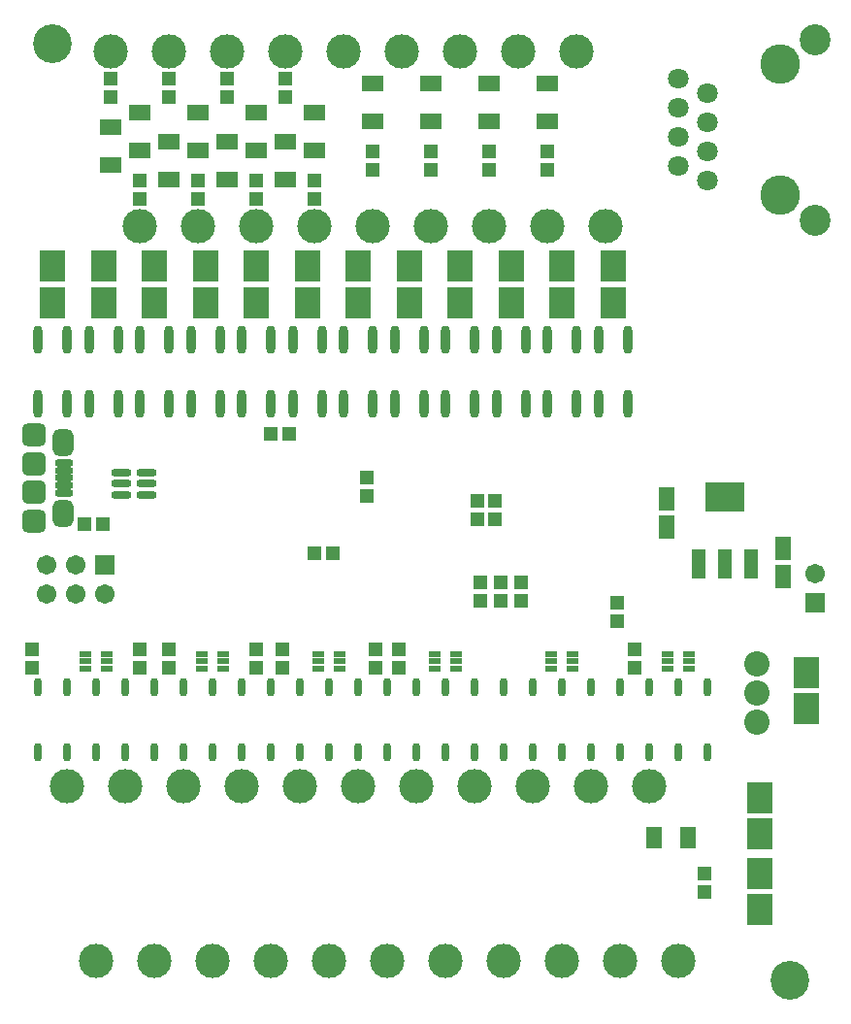
<source format=gbs>
%FSLAX25Y25*%
%MOIN*%
G70*
G01*
G75*
G04 Layer_Color=16711935*
%ADD10O,0.02362X0.08661*%
%ADD11O,0.06890X0.02165*%
%ADD12O,0.02165X0.06890*%
G04:AMPARAMS|DCode=13|XSize=83mil|YSize=55mil|CornerRadius=13.75mil|HoleSize=0mil|Usage=FLASHONLY|Rotation=0.000|XOffset=0mil|YOffset=0mil|HoleType=Round|Shape=RoundedRectangle|*
%AMROUNDEDRECTD13*
21,1,0.08300,0.02750,0,0,0.0*
21,1,0.05550,0.05500,0,0,0.0*
1,1,0.02750,0.02775,-0.01375*
1,1,0.02750,-0.02775,-0.01375*
1,1,0.02750,-0.02775,0.01375*
1,1,0.02750,0.02775,0.01375*
%
%ADD13ROUNDEDRECTD13*%
%ADD14R,0.03937X0.03937*%
%ADD15R,0.03937X0.03937*%
%ADD16C,0.01500*%
%ADD17C,0.02000*%
%ADD18C,0.03000*%
%ADD19C,0.04000*%
%ADD20C,0.07874*%
%ADD21R,0.05906X0.05906*%
%ADD22C,0.05906*%
%ADD23R,0.05906X0.05906*%
%ADD24C,0.11000*%
%ADD25C,0.12500*%
%ADD26C,0.09843*%
%ADD27C,0.12795*%
%ADD28C,0.06299*%
%ADD29C,0.05000*%
%ADD30O,0.06299X0.01969*%
%ADD31R,0.03937X0.09449*%
%ADD32R,0.12992X0.09449*%
%ADD33O,0.02165X0.05512*%
%ADD34R,0.03347X0.01575*%
%ADD35O,0.02362X0.08858*%
G04:AMPARAMS|DCode=36|XSize=82.68mil|YSize=62.99mil|CornerRadius=15.75mil|HoleSize=0mil|Usage=FLASHONLY|Rotation=90.000|XOffset=0mil|YOffset=0mil|HoleType=Round|Shape=RoundedRectangle|*
%AMROUNDEDRECTD36*
21,1,0.08268,0.03150,0,0,90.0*
21,1,0.05118,0.06299,0,0,90.0*
1,1,0.03150,0.01575,0.02559*
1,1,0.03150,0.01575,-0.02559*
1,1,0.03150,-0.01575,-0.02559*
1,1,0.03150,-0.01575,0.02559*
%
%ADD36ROUNDEDRECTD36*%
G04:AMPARAMS|DCode=37|XSize=70.87mil|YSize=74.8mil|CornerRadius=17.72mil|HoleSize=0mil|Usage=FLASHONLY|Rotation=90.000|XOffset=0mil|YOffset=0mil|HoleType=Round|Shape=RoundedRectangle|*
%AMROUNDEDRECTD37*
21,1,0.07087,0.03937,0,0,90.0*
21,1,0.03543,0.07480,0,0,90.0*
1,1,0.03543,0.01969,0.01772*
1,1,0.03543,0.01969,-0.01772*
1,1,0.03543,-0.01969,-0.01772*
1,1,0.03543,-0.01969,0.01772*
%
%ADD37ROUNDEDRECTD37*%
G04:AMPARAMS|DCode=38|XSize=15.75mil|YSize=53.15mil|CornerRadius=3.94mil|HoleSize=0mil|Usage=FLASHONLY|Rotation=90.000|XOffset=0mil|YOffset=0mil|HoleType=Round|Shape=RoundedRectangle|*
%AMROUNDEDRECTD38*
21,1,0.01575,0.04528,0,0,90.0*
21,1,0.00787,0.05315,0,0,90.0*
1,1,0.00787,0.02264,0.00394*
1,1,0.00787,0.02264,-0.00394*
1,1,0.00787,-0.02264,-0.00394*
1,1,0.00787,-0.02264,0.00394*
%
%ADD38ROUNDEDRECTD38*%
G04:AMPARAMS|DCode=39|XSize=74.8mil|YSize=74.8mil|CornerRadius=18.7mil|HoleSize=0mil|Usage=FLASHONLY|Rotation=90.000|XOffset=0mil|YOffset=0mil|HoleType=Round|Shape=RoundedRectangle|*
%AMROUNDEDRECTD39*
21,1,0.07480,0.03740,0,0,90.0*
21,1,0.03740,0.07480,0,0,90.0*
1,1,0.03740,0.01870,0.01870*
1,1,0.03740,0.01870,-0.01870*
1,1,0.03740,-0.01870,-0.01870*
1,1,0.03740,-0.01870,0.01870*
%
%ADD39ROUNDEDRECTD39*%
%ADD40R,0.04724X0.06693*%
%ADD41R,0.08071X0.09843*%
%ADD42R,0.06496X0.04724*%
%ADD43R,0.03937X0.03740*%
%ADD44R,0.03740X0.03937*%
%ADD45R,0.04724X0.07677*%
%ADD46C,0.01000*%
%ADD47C,0.05000*%
%ADD48C,0.03500*%
%ADD49C,0.02362*%
%ADD50C,0.00984*%
%ADD51C,0.00100*%
%ADD52C,0.00787*%
%ADD53O,0.03162X0.09461*%
%ADD54O,0.07690X0.02965*%
%ADD55O,0.02965X0.07690*%
G04:AMPARAMS|DCode=56|XSize=91mil|YSize=63mil|CornerRadius=17.75mil|HoleSize=0mil|Usage=FLASHONLY|Rotation=0.000|XOffset=0mil|YOffset=0mil|HoleType=Round|Shape=RoundedRectangle|*
%AMROUNDEDRECTD56*
21,1,0.09100,0.02750,0,0,0.0*
21,1,0.05550,0.06300,0,0,0.0*
1,1,0.03550,0.02775,-0.01375*
1,1,0.03550,-0.02775,-0.01375*
1,1,0.03550,-0.02775,0.01375*
1,1,0.03550,0.02775,0.01375*
%
%ADD56ROUNDEDRECTD56*%
%ADD57R,0.04737X0.04737*%
%ADD58R,0.04737X0.04737*%
%ADD59C,0.08674*%
%ADD60R,0.06706X0.06706*%
%ADD61C,0.06706*%
%ADD62R,0.06706X0.06706*%
%ADD63C,0.11800*%
%ADD64C,0.13300*%
%ADD65C,0.10642*%
%ADD66C,0.13595*%
%ADD67C,0.07099*%
%ADD68O,0.07099X0.02769*%
%ADD69R,0.04737X0.10249*%
%ADD70R,0.13792X0.10249*%
%ADD71O,0.02965X0.06312*%
%ADD72R,0.04147X0.02375*%
%ADD73O,0.03162X0.09658*%
G04:AMPARAMS|DCode=74|XSize=90.68mil|YSize=70.99mil|CornerRadius=19.75mil|HoleSize=0mil|Usage=FLASHONLY|Rotation=90.000|XOffset=0mil|YOffset=0mil|HoleType=Round|Shape=RoundedRectangle|*
%AMROUNDEDRECTD74*
21,1,0.09068,0.03150,0,0,90.0*
21,1,0.05118,0.07099,0,0,90.0*
1,1,0.03950,0.01575,0.02559*
1,1,0.03950,0.01575,-0.02559*
1,1,0.03950,-0.01575,-0.02559*
1,1,0.03950,-0.01575,0.02559*
%
%ADD74ROUNDEDRECTD74*%
G04:AMPARAMS|DCode=75|XSize=78.87mil|YSize=82.8mil|CornerRadius=21.72mil|HoleSize=0mil|Usage=FLASHONLY|Rotation=90.000|XOffset=0mil|YOffset=0mil|HoleType=Round|Shape=RoundedRectangle|*
%AMROUNDEDRECTD75*
21,1,0.07887,0.03937,0,0,90.0*
21,1,0.03543,0.08280,0,0,90.0*
1,1,0.04343,0.01969,0.01772*
1,1,0.04343,0.01969,-0.01772*
1,1,0.04343,-0.01969,-0.01772*
1,1,0.04343,-0.01969,0.01772*
%
%ADD75ROUNDEDRECTD75*%
G04:AMPARAMS|DCode=76|XSize=23.75mil|YSize=61.15mil|CornerRadius=7.94mil|HoleSize=0mil|Usage=FLASHONLY|Rotation=90.000|XOffset=0mil|YOffset=0mil|HoleType=Round|Shape=RoundedRectangle|*
%AMROUNDEDRECTD76*
21,1,0.02375,0.04528,0,0,90.0*
21,1,0.00787,0.06115,0,0,90.0*
1,1,0.01587,0.02264,0.00394*
1,1,0.01587,0.02264,-0.00394*
1,1,0.01587,-0.02264,-0.00394*
1,1,0.01587,-0.02264,0.00394*
%
%ADD76ROUNDEDRECTD76*%
G04:AMPARAMS|DCode=77|XSize=82.8mil|YSize=82.8mil|CornerRadius=22.7mil|HoleSize=0mil|Usage=FLASHONLY|Rotation=90.000|XOffset=0mil|YOffset=0mil|HoleType=Round|Shape=RoundedRectangle|*
%AMROUNDEDRECTD77*
21,1,0.08280,0.03740,0,0,90.0*
21,1,0.03740,0.08280,0,0,90.0*
1,1,0.04540,0.01870,0.01870*
1,1,0.04540,0.01870,-0.01870*
1,1,0.04540,-0.01870,-0.01870*
1,1,0.04540,-0.01870,0.01870*
%
%ADD77ROUNDEDRECTD77*%
%ADD78R,0.05524X0.07493*%
%ADD79R,0.08871X0.10642*%
%ADD80R,0.07296X0.05524*%
%ADD81R,0.04737X0.04540*%
%ADD82R,0.04540X0.04737*%
%ADD83R,0.05524X0.08477*%
D58*
X337000Y303248D02*
D03*
Y296752D02*
D03*
X355000Y416752D02*
D03*
Y423248D02*
D03*
X275000Y406752D02*
D03*
Y413248D02*
D03*
X235000Y406752D02*
D03*
Y413248D02*
D03*
X335000Y416752D02*
D03*
Y423248D02*
D03*
X265000Y448248D02*
D03*
Y441752D02*
D03*
X225000Y448248D02*
D03*
Y441752D02*
D03*
X379000Y261752D02*
D03*
Y268248D02*
D03*
X296000Y245752D02*
D03*
Y252248D02*
D03*
X385000Y245752D02*
D03*
Y252248D02*
D03*
X264000Y245752D02*
D03*
Y252248D02*
D03*
X315000Y416752D02*
D03*
Y423248D02*
D03*
X255000Y406752D02*
D03*
Y413248D02*
D03*
X215000Y406752D02*
D03*
Y413248D02*
D03*
X346000Y268752D02*
D03*
Y275248D02*
D03*
X255000Y245752D02*
D03*
Y252248D02*
D03*
X339000Y268752D02*
D03*
Y275248D02*
D03*
X225000Y245752D02*
D03*
Y252248D02*
D03*
X332000Y268752D02*
D03*
Y275248D02*
D03*
X215000Y245752D02*
D03*
Y252248D02*
D03*
X295000Y416752D02*
D03*
Y423248D02*
D03*
X245000Y448248D02*
D03*
Y441752D02*
D03*
X205000Y448248D02*
D03*
Y441752D02*
D03*
X304000Y245752D02*
D03*
Y252248D02*
D03*
X178000Y245752D02*
D03*
Y252248D02*
D03*
X409000Y168752D02*
D03*
Y175248D02*
D03*
D59*
X427000Y227000D02*
D03*
Y237000D02*
D03*
Y247000D02*
D03*
D60*
X203000Y281000D02*
D03*
D61*
Y271000D02*
D03*
X193000Y281000D02*
D03*
Y271000D02*
D03*
X183000Y281000D02*
D03*
Y271000D02*
D03*
X447000Y278000D02*
D03*
D62*
Y268000D02*
D03*
D63*
X350000Y205000D02*
D03*
X370000D02*
D03*
X360000Y145000D02*
D03*
X390000Y205000D02*
D03*
X380000Y145000D02*
D03*
X400000D02*
D03*
X340000D02*
D03*
X320000D02*
D03*
X330000Y205000D02*
D03*
X310000D02*
D03*
X375000Y397500D02*
D03*
X355000D02*
D03*
X365000Y457500D02*
D03*
X335000Y397500D02*
D03*
X345000Y457500D02*
D03*
X325000D02*
D03*
X300000Y145000D02*
D03*
X280000D02*
D03*
X290000Y205000D02*
D03*
X270000D02*
D03*
X285000Y457500D02*
D03*
X305000D02*
D03*
X295000Y397500D02*
D03*
X315000D02*
D03*
X260000Y145000D02*
D03*
X240000D02*
D03*
X250000Y205000D02*
D03*
X230000D02*
D03*
X245000Y457500D02*
D03*
X265000D02*
D03*
X255000Y397500D02*
D03*
X275000D02*
D03*
X220000Y145000D02*
D03*
X200000D02*
D03*
X210000Y205000D02*
D03*
X190000D02*
D03*
X205000Y457500D02*
D03*
X225000D02*
D03*
X215000Y397500D02*
D03*
X235000D02*
D03*
D64*
X438400Y138500D02*
D03*
X185000Y460000D02*
D03*
D65*
X447000Y399500D02*
D03*
Y461500D02*
D03*
D66*
X435000Y453000D02*
D03*
Y408000D02*
D03*
D67*
X400000Y448000D02*
D03*
X410000Y443000D02*
D03*
X400000Y438000D02*
D03*
X410000Y433000D02*
D03*
X400000Y428000D02*
D03*
X410000Y423000D02*
D03*
X400000Y418000D02*
D03*
X410000Y413000D02*
D03*
D68*
X217331Y312740D02*
D03*
Y309000D02*
D03*
Y305260D02*
D03*
X208669Y312740D02*
D03*
Y309000D02*
D03*
Y305260D02*
D03*
D69*
X425055Y281583D02*
D03*
X416000D02*
D03*
X406945D02*
D03*
D70*
X416000Y304417D02*
D03*
D71*
X410000Y216878D02*
D03*
X400000D02*
D03*
X410000Y239122D02*
D03*
X400000D02*
D03*
X290000Y216878D02*
D03*
X280000D02*
D03*
X290000Y239122D02*
D03*
X280000D02*
D03*
X390000Y216878D02*
D03*
X380000D02*
D03*
X390000Y239122D02*
D03*
X380000D02*
D03*
X270000Y216878D02*
D03*
X260000D02*
D03*
X270000Y239122D02*
D03*
X260000D02*
D03*
X370000Y216878D02*
D03*
X360000D02*
D03*
X370000Y239122D02*
D03*
X360000D02*
D03*
X250000Y216878D02*
D03*
X240000D02*
D03*
X250000Y239122D02*
D03*
X240000D02*
D03*
X350000Y216878D02*
D03*
X340000D02*
D03*
X350000Y239122D02*
D03*
X340000D02*
D03*
X230000Y216878D02*
D03*
X220000D02*
D03*
X230000Y239122D02*
D03*
X220000D02*
D03*
X330000Y216878D02*
D03*
X320000D02*
D03*
X330000Y239122D02*
D03*
X320000D02*
D03*
X210000Y216878D02*
D03*
X200000D02*
D03*
X210000Y239122D02*
D03*
X200000D02*
D03*
X310000Y216878D02*
D03*
X300000D02*
D03*
X310000Y239122D02*
D03*
X300000D02*
D03*
X190000Y216878D02*
D03*
X180000D02*
D03*
X190000Y239122D02*
D03*
X180000D02*
D03*
D72*
X396260Y250559D02*
D03*
Y248000D02*
D03*
Y245441D02*
D03*
X403740D02*
D03*
Y248000D02*
D03*
Y250559D02*
D03*
X276260D02*
D03*
Y248000D02*
D03*
Y245441D02*
D03*
X283740D02*
D03*
Y248000D02*
D03*
Y250559D02*
D03*
X356260D02*
D03*
Y248000D02*
D03*
Y245441D02*
D03*
X363740D02*
D03*
Y248000D02*
D03*
Y250559D02*
D03*
X236260D02*
D03*
Y248000D02*
D03*
Y245441D02*
D03*
X243740D02*
D03*
Y248000D02*
D03*
Y250559D02*
D03*
X316260D02*
D03*
Y248000D02*
D03*
Y245441D02*
D03*
X323740D02*
D03*
Y248000D02*
D03*
Y250559D02*
D03*
X196260D02*
D03*
Y248000D02*
D03*
Y245441D02*
D03*
X203740D02*
D03*
Y248000D02*
D03*
Y250559D02*
D03*
D73*
X372500Y358524D02*
D03*
X382500D02*
D03*
X372500Y336476D02*
D03*
X382500D02*
D03*
X302500Y358524D02*
D03*
X312500D02*
D03*
X302500Y336476D02*
D03*
X312500D02*
D03*
X232500Y358524D02*
D03*
X242500D02*
D03*
X232500Y336476D02*
D03*
X242500D02*
D03*
X355000Y358524D02*
D03*
X365000D02*
D03*
X355000Y336476D02*
D03*
X365000D02*
D03*
X285000Y358524D02*
D03*
X295000D02*
D03*
X285000Y336476D02*
D03*
X295000D02*
D03*
X215000Y358524D02*
D03*
X225000D02*
D03*
X215000Y336476D02*
D03*
X225000D02*
D03*
X337500Y358524D02*
D03*
X347500D02*
D03*
X337500Y336476D02*
D03*
X347500D02*
D03*
X267500Y358524D02*
D03*
X277500D02*
D03*
X267500Y336476D02*
D03*
X277500D02*
D03*
X197500Y358524D02*
D03*
X207500D02*
D03*
X197500Y336476D02*
D03*
X207500D02*
D03*
X320000Y358524D02*
D03*
X330000D02*
D03*
X320000Y336476D02*
D03*
X330000D02*
D03*
X250000Y358524D02*
D03*
X260000D02*
D03*
X250000Y336476D02*
D03*
X260000D02*
D03*
X180000Y358524D02*
D03*
X190000D02*
D03*
X180000Y336476D02*
D03*
X190000D02*
D03*
D74*
X188508Y323205D02*
D03*
Y298795D02*
D03*
D75*
X178488Y296039D02*
D03*
X178469Y325961D02*
D03*
D76*
X189000Y305882D02*
D03*
Y308441D02*
D03*
Y311000D02*
D03*
Y313559D02*
D03*
Y316118D02*
D03*
D77*
X178469Y306276D02*
D03*
Y315724D02*
D03*
D78*
X403209Y187500D02*
D03*
X391791D02*
D03*
D79*
X428000Y162701D02*
D03*
Y175299D02*
D03*
Y188701D02*
D03*
Y201299D02*
D03*
X444000Y244299D02*
D03*
Y231701D02*
D03*
X377500Y371201D02*
D03*
Y383799D02*
D03*
X307500Y371201D02*
D03*
Y383799D02*
D03*
X237500Y371201D02*
D03*
Y383799D02*
D03*
X360000Y371201D02*
D03*
Y383799D02*
D03*
X290000Y371201D02*
D03*
Y383799D02*
D03*
X220000Y371201D02*
D03*
Y383799D02*
D03*
X342500Y371201D02*
D03*
Y383799D02*
D03*
X272500Y371201D02*
D03*
Y383799D02*
D03*
X202500Y371201D02*
D03*
Y383799D02*
D03*
X325000Y371201D02*
D03*
Y383799D02*
D03*
X255000Y371201D02*
D03*
Y383799D02*
D03*
X185000Y371201D02*
D03*
Y383799D02*
D03*
D80*
X355000Y446398D02*
D03*
Y433602D02*
D03*
X275000Y436398D02*
D03*
Y423602D02*
D03*
X235000Y436398D02*
D03*
Y423602D02*
D03*
X335000Y446398D02*
D03*
Y433602D02*
D03*
X265000Y413602D02*
D03*
Y426398D02*
D03*
X225000Y413602D02*
D03*
Y426398D02*
D03*
X315000Y446398D02*
D03*
Y433602D02*
D03*
X255000Y436398D02*
D03*
Y423602D02*
D03*
X215000Y436398D02*
D03*
Y423602D02*
D03*
X295000Y446398D02*
D03*
Y433602D02*
D03*
X245000Y413602D02*
D03*
Y426398D02*
D03*
X205000Y418602D02*
D03*
Y431398D02*
D03*
D81*
X266150Y326000D02*
D03*
X259850D02*
D03*
X274850Y285000D02*
D03*
X281150D02*
D03*
X195850Y295000D02*
D03*
X202150D02*
D03*
D82*
X293000Y304850D02*
D03*
Y311150D02*
D03*
X331000Y296850D02*
D03*
Y303150D02*
D03*
D83*
X396000Y294177D02*
D03*
Y303823D02*
D03*
X436000Y286823D02*
D03*
Y277177D02*
D03*
M02*

</source>
